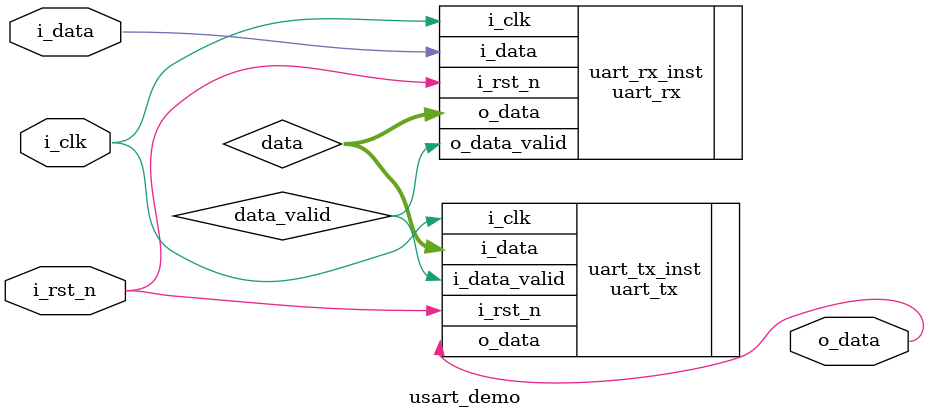
<source format=v>
`timescale 1ns / 1ns
module usart_demo(
    input       i_clk           ,
    input       i_rst_n         ,
    input       i_data          ,
    output      o_data      
);

parameter I_CLK_FREQ =  100_000_000   ;
parameter BAUDRATE   =  115200       ;

wire  [7:0]         data;
wire                data_valid;


uart_rx#(
     .I_CLK_FREQ(I_CLK_FREQ),
     .BAUDRATE(BAUDRATE)   
)uart_rx_inst(
   .i_clk            (i_clk),
   .i_rst_n          (i_rst_n),
   .i_data           (i_data),
   .o_data           (data),
   .o_data_valid     (data_valid)
);

uart_tx#(
    .I_CLK_FREQ(I_CLK_FREQ),
    .BAUDRATE(BAUDRATE)   
)uart_tx_inst(
    .i_clk                   (i_clk),
    .i_rst_n                 (i_rst_n),
    .i_data                  (data),
    .i_data_valid            (data_valid),
    .o_data                  (o_data)
);

endmodule

</source>
